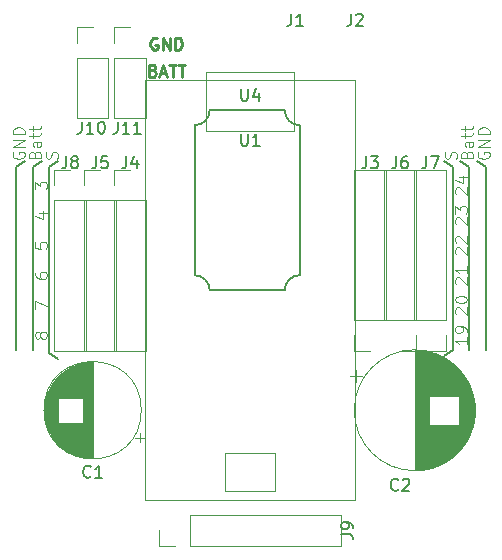
<source format=gto>
G04 #@! TF.GenerationSoftware,KiCad,Pcbnew,(5.1.4)-1*
G04 #@! TF.CreationDate,2020-05-13T10:23:39+02:00*
G04 #@! TF.ProjectId,Pacifista_TinyFPGA,50616369-6669-4737-9461-5f54696e7946,rev?*
G04 #@! TF.SameCoordinates,Original*
G04 #@! TF.FileFunction,Legend,Top*
G04 #@! TF.FilePolarity,Positive*
%FSLAX46Y46*%
G04 Gerber Fmt 4.6, Leading zero omitted, Abs format (unit mm)*
G04 Created by KiCad (PCBNEW (5.1.4)-1) date 2020-05-13 10:23:39*
%MOMM*%
%LPD*%
G04 APERTURE LIST*
%ADD10C,0.200000*%
%ADD11C,0.125000*%
%ADD12C,0.250000*%
%ADD13C,0.120000*%
%ADD14C,0.150000*%
%ADD15C,0.170000*%
G04 APERTURE END LIST*
D10*
X105537000Y-108458000D02*
X106299000Y-108966000D01*
X66548000Y-108966000D02*
X66548000Y-124460000D01*
X67310000Y-108458000D02*
X66548000Y-108966000D01*
X103505000Y-124460000D02*
X102743000Y-124968000D01*
X68707000Y-108458000D02*
X67945000Y-108966000D01*
X67945000Y-108966000D02*
X67945000Y-124460000D01*
X106299000Y-108966000D02*
X106299000Y-124460000D01*
X104140000Y-108458000D02*
X104902000Y-108966000D01*
X104902000Y-108966000D02*
X104902000Y-124460000D01*
X102743000Y-108458000D02*
X103505000Y-108966000D01*
X103505000Y-108966000D02*
X103505000Y-124460000D01*
D11*
X105672000Y-107695904D02*
X105624380Y-107791142D01*
X105624380Y-107934000D01*
X105672000Y-108076857D01*
X105767238Y-108172095D01*
X105862476Y-108219714D01*
X106052952Y-108267333D01*
X106195809Y-108267333D01*
X106386285Y-108219714D01*
X106481523Y-108172095D01*
X106576761Y-108076857D01*
X106624380Y-107934000D01*
X106624380Y-107838761D01*
X106576761Y-107695904D01*
X106529142Y-107648285D01*
X106195809Y-107648285D01*
X106195809Y-107838761D01*
X106624380Y-107219714D02*
X105624380Y-107219714D01*
X106624380Y-106648285D01*
X105624380Y-106648285D01*
X106624380Y-106172095D02*
X105624380Y-106172095D01*
X105624380Y-105934000D01*
X105672000Y-105791142D01*
X105767238Y-105695904D01*
X105862476Y-105648285D01*
X106052952Y-105600666D01*
X106195809Y-105600666D01*
X106386285Y-105648285D01*
X106481523Y-105695904D01*
X106576761Y-105791142D01*
X106624380Y-105934000D01*
X106624380Y-106172095D01*
X68159380Y-115331904D02*
X68159380Y-115808095D01*
X68635571Y-115855714D01*
X68587952Y-115808095D01*
X68540333Y-115712857D01*
X68540333Y-115474761D01*
X68587952Y-115379523D01*
X68635571Y-115331904D01*
X68730809Y-115284285D01*
X68968904Y-115284285D01*
X69064142Y-115331904D01*
X69111761Y-115379523D01*
X69159380Y-115474761D01*
X69159380Y-115712857D01*
X69111761Y-115808095D01*
X69064142Y-115855714D01*
X68492714Y-112839523D02*
X69159380Y-112839523D01*
X68111761Y-113077619D02*
X68826047Y-113315714D01*
X68826047Y-112696666D01*
X68159380Y-110823333D02*
X68159380Y-110204285D01*
X68540333Y-110537619D01*
X68540333Y-110394761D01*
X68587952Y-110299523D01*
X68635571Y-110251904D01*
X68730809Y-110204285D01*
X68968904Y-110204285D01*
X69064142Y-110251904D01*
X69111761Y-110299523D01*
X69159380Y-110394761D01*
X69159380Y-110680476D01*
X69111761Y-110775714D01*
X69064142Y-110823333D01*
D12*
X78128952Y-100766571D02*
X78271809Y-100814190D01*
X78319428Y-100861809D01*
X78367047Y-100957047D01*
X78367047Y-101099904D01*
X78319428Y-101195142D01*
X78271809Y-101242761D01*
X78176571Y-101290380D01*
X77795619Y-101290380D01*
X77795619Y-100290380D01*
X78128952Y-100290380D01*
X78224190Y-100338000D01*
X78271809Y-100385619D01*
X78319428Y-100480857D01*
X78319428Y-100576095D01*
X78271809Y-100671333D01*
X78224190Y-100718952D01*
X78128952Y-100766571D01*
X77795619Y-100766571D01*
X78748000Y-101004666D02*
X79224190Y-101004666D01*
X78652761Y-101290380D02*
X78986095Y-100290380D01*
X79319428Y-101290380D01*
X79509904Y-100290380D02*
X80081333Y-100290380D01*
X79795619Y-101290380D02*
X79795619Y-100290380D01*
X80271809Y-100290380D02*
X80843238Y-100290380D01*
X80557523Y-101290380D02*
X80557523Y-100290380D01*
X78486095Y-98052000D02*
X78390857Y-98004380D01*
X78248000Y-98004380D01*
X78105142Y-98052000D01*
X78009904Y-98147238D01*
X77962285Y-98242476D01*
X77914666Y-98432952D01*
X77914666Y-98575809D01*
X77962285Y-98766285D01*
X78009904Y-98861523D01*
X78105142Y-98956761D01*
X78248000Y-99004380D01*
X78343238Y-99004380D01*
X78486095Y-98956761D01*
X78533714Y-98909142D01*
X78533714Y-98575809D01*
X78343238Y-98575809D01*
X78962285Y-99004380D02*
X78962285Y-98004380D01*
X79533714Y-99004380D01*
X79533714Y-98004380D01*
X80009904Y-99004380D02*
X80009904Y-98004380D01*
X80248000Y-98004380D01*
X80390857Y-98052000D01*
X80486095Y-98147238D01*
X80533714Y-98242476D01*
X80581333Y-98432952D01*
X80581333Y-98575809D01*
X80533714Y-98766285D01*
X80486095Y-98861523D01*
X80390857Y-98956761D01*
X80248000Y-99004380D01*
X80009904Y-99004380D01*
D11*
X70000761Y-108235714D02*
X70048380Y-108092857D01*
X70048380Y-107854761D01*
X70000761Y-107759523D01*
X69953142Y-107711904D01*
X69857904Y-107664285D01*
X69762666Y-107664285D01*
X69667428Y-107711904D01*
X69619809Y-107759523D01*
X69572190Y-107854761D01*
X69524571Y-108045238D01*
X69476952Y-108140476D01*
X69429333Y-108188095D01*
X69334095Y-108235714D01*
X69238857Y-108235714D01*
X69143619Y-108188095D01*
X69096000Y-108140476D01*
X69048380Y-108045238D01*
X69048380Y-107807142D01*
X69096000Y-107664285D01*
X66302000Y-107695904D02*
X66254380Y-107791142D01*
X66254380Y-107934000D01*
X66302000Y-108076857D01*
X66397238Y-108172095D01*
X66492476Y-108219714D01*
X66682952Y-108267333D01*
X66825809Y-108267333D01*
X67016285Y-108219714D01*
X67111523Y-108172095D01*
X67206761Y-108076857D01*
X67254380Y-107934000D01*
X67254380Y-107838761D01*
X67206761Y-107695904D01*
X67159142Y-107648285D01*
X66825809Y-107648285D01*
X66825809Y-107838761D01*
X67254380Y-107219714D02*
X66254380Y-107219714D01*
X67254380Y-106648285D01*
X66254380Y-106648285D01*
X67254380Y-106172095D02*
X66254380Y-106172095D01*
X66254380Y-105934000D01*
X66302000Y-105791142D01*
X66397238Y-105695904D01*
X66492476Y-105648285D01*
X66682952Y-105600666D01*
X66825809Y-105600666D01*
X67016285Y-105648285D01*
X67111523Y-105695904D01*
X67206761Y-105791142D01*
X67254380Y-105934000D01*
X67254380Y-106172095D01*
X68159380Y-120983333D02*
X68159380Y-120316666D01*
X69159380Y-120745238D01*
X103814619Y-118871904D02*
X103767000Y-118824285D01*
X103719380Y-118729047D01*
X103719380Y-118490952D01*
X103767000Y-118395714D01*
X103814619Y-118348095D01*
X103909857Y-118300476D01*
X104005095Y-118300476D01*
X104147952Y-118348095D01*
X104719380Y-118919523D01*
X104719380Y-118300476D01*
X104719380Y-117348095D02*
X104719380Y-117919523D01*
X104719380Y-117633809D02*
X103719380Y-117633809D01*
X103862238Y-117729047D01*
X103957476Y-117824285D01*
X104005095Y-117919523D01*
X103814619Y-113791904D02*
X103767000Y-113744285D01*
X103719380Y-113649047D01*
X103719380Y-113410952D01*
X103767000Y-113315714D01*
X103814619Y-113268095D01*
X103909857Y-113220476D01*
X104005095Y-113220476D01*
X104147952Y-113268095D01*
X104719380Y-113839523D01*
X104719380Y-113220476D01*
X103719380Y-112887142D02*
X103719380Y-112268095D01*
X104100333Y-112601428D01*
X104100333Y-112458571D01*
X104147952Y-112363333D01*
X104195571Y-112315714D01*
X104290809Y-112268095D01*
X104528904Y-112268095D01*
X104624142Y-112315714D01*
X104671761Y-112363333D01*
X104719380Y-112458571D01*
X104719380Y-112744285D01*
X104671761Y-112839523D01*
X104624142Y-112887142D01*
X103782761Y-108235714D02*
X103830380Y-108092857D01*
X103830380Y-107854761D01*
X103782761Y-107759523D01*
X103735142Y-107711904D01*
X103639904Y-107664285D01*
X103544666Y-107664285D01*
X103449428Y-107711904D01*
X103401809Y-107759523D01*
X103354190Y-107854761D01*
X103306571Y-108045238D01*
X103258952Y-108140476D01*
X103211333Y-108188095D01*
X103116095Y-108235714D01*
X103020857Y-108235714D01*
X102925619Y-108188095D01*
X102878000Y-108140476D01*
X102830380Y-108045238D01*
X102830380Y-107807142D01*
X102878000Y-107664285D01*
X103814619Y-121411904D02*
X103767000Y-121364285D01*
X103719380Y-121269047D01*
X103719380Y-121030952D01*
X103767000Y-120935714D01*
X103814619Y-120888095D01*
X103909857Y-120840476D01*
X104005095Y-120840476D01*
X104147952Y-120888095D01*
X104719380Y-121459523D01*
X104719380Y-120840476D01*
X103719380Y-120221428D02*
X103719380Y-120126190D01*
X103767000Y-120030952D01*
X103814619Y-119983333D01*
X103909857Y-119935714D01*
X104100333Y-119888095D01*
X104338428Y-119888095D01*
X104528904Y-119935714D01*
X104624142Y-119983333D01*
X104671761Y-120030952D01*
X104719380Y-120126190D01*
X104719380Y-120221428D01*
X104671761Y-120316666D01*
X104624142Y-120364285D01*
X104528904Y-120411904D01*
X104338428Y-120459523D01*
X104100333Y-120459523D01*
X103909857Y-120411904D01*
X103814619Y-120364285D01*
X103767000Y-120316666D01*
X103719380Y-120221428D01*
X104703571Y-107886380D02*
X104751190Y-107743523D01*
X104798809Y-107695904D01*
X104894047Y-107648285D01*
X105036904Y-107648285D01*
X105132142Y-107695904D01*
X105179761Y-107743523D01*
X105227380Y-107838761D01*
X105227380Y-108219714D01*
X104227380Y-108219714D01*
X104227380Y-107886380D01*
X104275000Y-107791142D01*
X104322619Y-107743523D01*
X104417857Y-107695904D01*
X104513095Y-107695904D01*
X104608333Y-107743523D01*
X104655952Y-107791142D01*
X104703571Y-107886380D01*
X104703571Y-108219714D01*
X105227380Y-106791142D02*
X104703571Y-106791142D01*
X104608333Y-106838761D01*
X104560714Y-106934000D01*
X104560714Y-107124476D01*
X104608333Y-107219714D01*
X105179761Y-106791142D02*
X105227380Y-106886380D01*
X105227380Y-107124476D01*
X105179761Y-107219714D01*
X105084523Y-107267333D01*
X104989285Y-107267333D01*
X104894047Y-107219714D01*
X104846428Y-107124476D01*
X104846428Y-106886380D01*
X104798809Y-106791142D01*
X104560714Y-106457809D02*
X104560714Y-106076857D01*
X104227380Y-106314952D02*
X105084523Y-106314952D01*
X105179761Y-106267333D01*
X105227380Y-106172095D01*
X105227380Y-106076857D01*
X104560714Y-105886380D02*
X104560714Y-105505428D01*
X104227380Y-105743523D02*
X105084523Y-105743523D01*
X105179761Y-105695904D01*
X105227380Y-105600666D01*
X105227380Y-105505428D01*
X103814619Y-111251904D02*
X103767000Y-111204285D01*
X103719380Y-111109047D01*
X103719380Y-110870952D01*
X103767000Y-110775714D01*
X103814619Y-110728095D01*
X103909857Y-110680476D01*
X104005095Y-110680476D01*
X104147952Y-110728095D01*
X104719380Y-111299523D01*
X104719380Y-110680476D01*
X104052714Y-109823333D02*
X104719380Y-109823333D01*
X103671761Y-110061428D02*
X104386047Y-110299523D01*
X104386047Y-109680476D01*
X68159380Y-117919523D02*
X68159380Y-118110000D01*
X68207000Y-118205238D01*
X68254619Y-118252857D01*
X68397476Y-118348095D01*
X68587952Y-118395714D01*
X68968904Y-118395714D01*
X69064142Y-118348095D01*
X69111761Y-118300476D01*
X69159380Y-118205238D01*
X69159380Y-118014761D01*
X69111761Y-117919523D01*
X69064142Y-117871904D01*
X68968904Y-117824285D01*
X68730809Y-117824285D01*
X68635571Y-117871904D01*
X68587952Y-117919523D01*
X68540333Y-118014761D01*
X68540333Y-118205238D01*
X68587952Y-118300476D01*
X68635571Y-118348095D01*
X68730809Y-118395714D01*
X104719380Y-123380476D02*
X104719380Y-123951904D01*
X104719380Y-123666190D02*
X103719380Y-123666190D01*
X103862238Y-123761428D01*
X103957476Y-123856666D01*
X104005095Y-123951904D01*
X104719380Y-122904285D02*
X104719380Y-122713809D01*
X104671761Y-122618571D01*
X104624142Y-122570952D01*
X104481285Y-122475714D01*
X104290809Y-122428095D01*
X103909857Y-122428095D01*
X103814619Y-122475714D01*
X103767000Y-122523333D01*
X103719380Y-122618571D01*
X103719380Y-122809047D01*
X103767000Y-122904285D01*
X103814619Y-122951904D01*
X103909857Y-122999523D01*
X104147952Y-122999523D01*
X104243190Y-122951904D01*
X104290809Y-122904285D01*
X104338428Y-122809047D01*
X104338428Y-122618571D01*
X104290809Y-122523333D01*
X104243190Y-122475714D01*
X104147952Y-122428095D01*
X68127571Y-107886380D02*
X68175190Y-107743523D01*
X68222809Y-107695904D01*
X68318047Y-107648285D01*
X68460904Y-107648285D01*
X68556142Y-107695904D01*
X68603761Y-107743523D01*
X68651380Y-107838761D01*
X68651380Y-108219714D01*
X67651380Y-108219714D01*
X67651380Y-107886380D01*
X67699000Y-107791142D01*
X67746619Y-107743523D01*
X67841857Y-107695904D01*
X67937095Y-107695904D01*
X68032333Y-107743523D01*
X68079952Y-107791142D01*
X68127571Y-107886380D01*
X68127571Y-108219714D01*
X68651380Y-106791142D02*
X68127571Y-106791142D01*
X68032333Y-106838761D01*
X67984714Y-106934000D01*
X67984714Y-107124476D01*
X68032333Y-107219714D01*
X68603761Y-106791142D02*
X68651380Y-106886380D01*
X68651380Y-107124476D01*
X68603761Y-107219714D01*
X68508523Y-107267333D01*
X68413285Y-107267333D01*
X68318047Y-107219714D01*
X68270428Y-107124476D01*
X68270428Y-106886380D01*
X68222809Y-106791142D01*
X67984714Y-106457809D02*
X67984714Y-106076857D01*
X67651380Y-106314952D02*
X68508523Y-106314952D01*
X68603761Y-106267333D01*
X68651380Y-106172095D01*
X68651380Y-106076857D01*
X67984714Y-105886380D02*
X67984714Y-105505428D01*
X67651380Y-105743523D02*
X68508523Y-105743523D01*
X68603761Y-105695904D01*
X68651380Y-105600666D01*
X68651380Y-105505428D01*
X103814619Y-116331904D02*
X103767000Y-116284285D01*
X103719380Y-116189047D01*
X103719380Y-115950952D01*
X103767000Y-115855714D01*
X103814619Y-115808095D01*
X103909857Y-115760476D01*
X104005095Y-115760476D01*
X104147952Y-115808095D01*
X104719380Y-116379523D01*
X104719380Y-115760476D01*
X103814619Y-115379523D02*
X103767000Y-115331904D01*
X103719380Y-115236666D01*
X103719380Y-114998571D01*
X103767000Y-114903333D01*
X103814619Y-114855714D01*
X103909857Y-114808095D01*
X104005095Y-114808095D01*
X104147952Y-114855714D01*
X104719380Y-115427142D01*
X104719380Y-114808095D01*
X68587952Y-123285238D02*
X68540333Y-123380476D01*
X68492714Y-123428095D01*
X68397476Y-123475714D01*
X68349857Y-123475714D01*
X68254619Y-123428095D01*
X68207000Y-123380476D01*
X68159380Y-123285238D01*
X68159380Y-123094761D01*
X68207000Y-122999523D01*
X68254619Y-122951904D01*
X68349857Y-122904285D01*
X68397476Y-122904285D01*
X68492714Y-122951904D01*
X68540333Y-122999523D01*
X68587952Y-123094761D01*
X68587952Y-123285238D01*
X68635571Y-123380476D01*
X68683190Y-123428095D01*
X68778428Y-123475714D01*
X68968904Y-123475714D01*
X69064142Y-123428095D01*
X69111761Y-123380476D01*
X69159380Y-123285238D01*
X69159380Y-123094761D01*
X69111761Y-122999523D01*
X69064142Y-122951904D01*
X68968904Y-122904285D01*
X68778428Y-122904285D01*
X68683190Y-122951904D01*
X68635571Y-122999523D01*
X68587952Y-123094761D01*
D10*
X69342000Y-124460000D02*
X69342000Y-124714000D01*
X69342000Y-108966000D02*
X69342000Y-124460000D01*
X69342000Y-124714000D02*
X70104000Y-125222000D01*
X70104000Y-108458000D02*
X69342000Y-108966000D01*
D13*
X96520000Y-124520000D02*
X95190000Y-124520000D01*
X95190000Y-124520000D02*
X95190000Y-123190000D01*
X95190000Y-121920000D02*
X95190000Y-109160000D01*
X97850000Y-109160000D02*
X95190000Y-109160000D01*
X97850000Y-121920000D02*
X97850000Y-109160000D01*
X97850000Y-121920000D02*
X95190000Y-121920000D01*
X105410000Y-129540000D02*
G75*
G03X105410000Y-129540000I-5120000J0D01*
G01*
X100290000Y-124460000D02*
X100290000Y-134620000D01*
X100330000Y-124460000D02*
X100330000Y-134620000D01*
X100370000Y-124460000D02*
X100370000Y-134620000D01*
X100410000Y-124461000D02*
X100410000Y-134619000D01*
X100450000Y-124462000D02*
X100450000Y-134618000D01*
X100490000Y-124463000D02*
X100490000Y-134617000D01*
X100530000Y-124465000D02*
X100530000Y-134615000D01*
X100570000Y-124467000D02*
X100570000Y-134613000D01*
X100610000Y-124470000D02*
X100610000Y-134610000D01*
X100650000Y-124472000D02*
X100650000Y-134608000D01*
X100690000Y-124475000D02*
X100690000Y-134605000D01*
X100730000Y-124478000D02*
X100730000Y-134602000D01*
X100770000Y-124482000D02*
X100770000Y-134598000D01*
X100810000Y-124486000D02*
X100810000Y-134594000D01*
X100850000Y-124490000D02*
X100850000Y-134590000D01*
X100890000Y-124495000D02*
X100890000Y-134585000D01*
X100930000Y-124500000D02*
X100930000Y-134580000D01*
X100970000Y-124505000D02*
X100970000Y-134575000D01*
X101011000Y-124510000D02*
X101011000Y-134570000D01*
X101051000Y-124516000D02*
X101051000Y-134564000D01*
X101091000Y-124522000D02*
X101091000Y-134558000D01*
X101131000Y-124529000D02*
X101131000Y-134551000D01*
X101171000Y-124536000D02*
X101171000Y-134544000D01*
X101211000Y-124543000D02*
X101211000Y-134537000D01*
X101251000Y-124550000D02*
X101251000Y-134530000D01*
X101291000Y-124558000D02*
X101291000Y-134522000D01*
X101331000Y-124566000D02*
X101331000Y-134514000D01*
X101371000Y-124575000D02*
X101371000Y-134505000D01*
X101411000Y-124584000D02*
X101411000Y-134496000D01*
X101451000Y-124593000D02*
X101451000Y-134487000D01*
X101491000Y-124602000D02*
X101491000Y-134478000D01*
X101531000Y-124612000D02*
X101531000Y-134468000D01*
X101571000Y-124622000D02*
X101571000Y-128299000D01*
X101571000Y-130781000D02*
X101571000Y-134458000D01*
X101611000Y-124633000D02*
X101611000Y-128299000D01*
X101611000Y-130781000D02*
X101611000Y-134447000D01*
X101651000Y-124643000D02*
X101651000Y-128299000D01*
X101651000Y-130781000D02*
X101651000Y-134437000D01*
X101691000Y-124655000D02*
X101691000Y-128299000D01*
X101691000Y-130781000D02*
X101691000Y-134425000D01*
X101731000Y-124666000D02*
X101731000Y-128299000D01*
X101731000Y-130781000D02*
X101731000Y-134414000D01*
X101771000Y-124678000D02*
X101771000Y-128299000D01*
X101771000Y-130781000D02*
X101771000Y-134402000D01*
X101811000Y-124690000D02*
X101811000Y-128299000D01*
X101811000Y-130781000D02*
X101811000Y-134390000D01*
X101851000Y-124703000D02*
X101851000Y-128299000D01*
X101851000Y-130781000D02*
X101851000Y-134377000D01*
X101891000Y-124716000D02*
X101891000Y-128299000D01*
X101891000Y-130781000D02*
X101891000Y-134364000D01*
X101931000Y-124729000D02*
X101931000Y-128299000D01*
X101931000Y-130781000D02*
X101931000Y-134351000D01*
X101971000Y-124743000D02*
X101971000Y-128299000D01*
X101971000Y-130781000D02*
X101971000Y-134337000D01*
X102011000Y-124757000D02*
X102011000Y-128299000D01*
X102011000Y-130781000D02*
X102011000Y-134323000D01*
X102051000Y-124772000D02*
X102051000Y-128299000D01*
X102051000Y-130781000D02*
X102051000Y-134308000D01*
X102091000Y-124786000D02*
X102091000Y-128299000D01*
X102091000Y-130781000D02*
X102091000Y-134294000D01*
X102131000Y-124802000D02*
X102131000Y-128299000D01*
X102131000Y-130781000D02*
X102131000Y-134278000D01*
X102171000Y-124817000D02*
X102171000Y-128299000D01*
X102171000Y-130781000D02*
X102171000Y-134263000D01*
X102211000Y-124833000D02*
X102211000Y-128299000D01*
X102211000Y-130781000D02*
X102211000Y-134247000D01*
X102251000Y-124850000D02*
X102251000Y-128299000D01*
X102251000Y-130781000D02*
X102251000Y-134230000D01*
X102291000Y-124866000D02*
X102291000Y-128299000D01*
X102291000Y-130781000D02*
X102291000Y-134214000D01*
X102331000Y-124883000D02*
X102331000Y-128299000D01*
X102331000Y-130781000D02*
X102331000Y-134197000D01*
X102371000Y-124901000D02*
X102371000Y-128299000D01*
X102371000Y-130781000D02*
X102371000Y-134179000D01*
X102411000Y-124919000D02*
X102411000Y-128299000D01*
X102411000Y-130781000D02*
X102411000Y-134161000D01*
X102451000Y-124937000D02*
X102451000Y-128299000D01*
X102451000Y-130781000D02*
X102451000Y-134143000D01*
X102491000Y-124956000D02*
X102491000Y-128299000D01*
X102491000Y-130781000D02*
X102491000Y-134124000D01*
X102531000Y-124976000D02*
X102531000Y-128299000D01*
X102531000Y-130781000D02*
X102531000Y-134104000D01*
X102571000Y-124995000D02*
X102571000Y-128299000D01*
X102571000Y-130781000D02*
X102571000Y-134085000D01*
X102611000Y-125015000D02*
X102611000Y-128299000D01*
X102611000Y-130781000D02*
X102611000Y-134065000D01*
X102651000Y-125036000D02*
X102651000Y-128299000D01*
X102651000Y-130781000D02*
X102651000Y-134044000D01*
X102691000Y-125057000D02*
X102691000Y-128299000D01*
X102691000Y-130781000D02*
X102691000Y-134023000D01*
X102731000Y-125078000D02*
X102731000Y-128299000D01*
X102731000Y-130781000D02*
X102731000Y-134002000D01*
X102771000Y-125100000D02*
X102771000Y-128299000D01*
X102771000Y-130781000D02*
X102771000Y-133980000D01*
X102811000Y-125123000D02*
X102811000Y-128299000D01*
X102811000Y-130781000D02*
X102811000Y-133957000D01*
X102851000Y-125145000D02*
X102851000Y-128299000D01*
X102851000Y-130781000D02*
X102851000Y-133935000D01*
X102891000Y-125169000D02*
X102891000Y-128299000D01*
X102891000Y-130781000D02*
X102891000Y-133911000D01*
X102931000Y-125193000D02*
X102931000Y-128299000D01*
X102931000Y-130781000D02*
X102931000Y-133887000D01*
X102971000Y-125217000D02*
X102971000Y-128299000D01*
X102971000Y-130781000D02*
X102971000Y-133863000D01*
X103011000Y-125242000D02*
X103011000Y-128299000D01*
X103011000Y-130781000D02*
X103011000Y-133838000D01*
X103051000Y-125267000D02*
X103051000Y-128299000D01*
X103051000Y-130781000D02*
X103051000Y-133813000D01*
X103091000Y-125293000D02*
X103091000Y-128299000D01*
X103091000Y-130781000D02*
X103091000Y-133787000D01*
X103131000Y-125319000D02*
X103131000Y-128299000D01*
X103131000Y-130781000D02*
X103131000Y-133761000D01*
X103171000Y-125346000D02*
X103171000Y-128299000D01*
X103171000Y-130781000D02*
X103171000Y-133734000D01*
X103211000Y-125374000D02*
X103211000Y-128299000D01*
X103211000Y-130781000D02*
X103211000Y-133706000D01*
X103251000Y-125402000D02*
X103251000Y-128299000D01*
X103251000Y-130781000D02*
X103251000Y-133678000D01*
X103291000Y-125430000D02*
X103291000Y-128299000D01*
X103291000Y-130781000D02*
X103291000Y-133650000D01*
X103331000Y-125460000D02*
X103331000Y-128299000D01*
X103331000Y-130781000D02*
X103331000Y-133620000D01*
X103371000Y-125490000D02*
X103371000Y-128299000D01*
X103371000Y-130781000D02*
X103371000Y-133590000D01*
X103411000Y-125520000D02*
X103411000Y-128299000D01*
X103411000Y-130781000D02*
X103411000Y-133560000D01*
X103451000Y-125551000D02*
X103451000Y-128299000D01*
X103451000Y-130781000D02*
X103451000Y-133529000D01*
X103491000Y-125583000D02*
X103491000Y-128299000D01*
X103491000Y-130781000D02*
X103491000Y-133497000D01*
X103531000Y-125615000D02*
X103531000Y-128299000D01*
X103531000Y-130781000D02*
X103531000Y-133465000D01*
X103571000Y-125648000D02*
X103571000Y-128299000D01*
X103571000Y-130781000D02*
X103571000Y-133432000D01*
X103611000Y-125682000D02*
X103611000Y-128299000D01*
X103611000Y-130781000D02*
X103611000Y-133398000D01*
X103651000Y-125716000D02*
X103651000Y-128299000D01*
X103651000Y-130781000D02*
X103651000Y-133364000D01*
X103691000Y-125751000D02*
X103691000Y-128299000D01*
X103691000Y-130781000D02*
X103691000Y-133329000D01*
X103731000Y-125787000D02*
X103731000Y-128299000D01*
X103731000Y-130781000D02*
X103731000Y-133293000D01*
X103771000Y-125824000D02*
X103771000Y-128299000D01*
X103771000Y-130781000D02*
X103771000Y-133256000D01*
X103811000Y-125861000D02*
X103811000Y-128299000D01*
X103811000Y-130781000D02*
X103811000Y-133219000D01*
X103851000Y-125900000D02*
X103851000Y-128299000D01*
X103851000Y-130781000D02*
X103851000Y-133180000D01*
X103891000Y-125939000D02*
X103891000Y-128299000D01*
X103891000Y-130781000D02*
X103891000Y-133141000D01*
X103931000Y-125979000D02*
X103931000Y-128299000D01*
X103931000Y-130781000D02*
X103931000Y-133101000D01*
X103971000Y-126020000D02*
X103971000Y-128299000D01*
X103971000Y-130781000D02*
X103971000Y-133060000D01*
X104011000Y-126062000D02*
X104011000Y-128299000D01*
X104011000Y-130781000D02*
X104011000Y-133018000D01*
X104051000Y-126104000D02*
X104051000Y-132976000D01*
X104091000Y-126148000D02*
X104091000Y-132932000D01*
X104131000Y-126193000D02*
X104131000Y-132887000D01*
X104171000Y-126239000D02*
X104171000Y-132841000D01*
X104211000Y-126286000D02*
X104211000Y-132794000D01*
X104251000Y-126334000D02*
X104251000Y-132746000D01*
X104291000Y-126384000D02*
X104291000Y-132696000D01*
X104331000Y-126434000D02*
X104331000Y-132646000D01*
X104371000Y-126486000D02*
X104371000Y-132594000D01*
X104411000Y-126540000D02*
X104411000Y-132540000D01*
X104451000Y-126595000D02*
X104451000Y-132485000D01*
X104491000Y-126651000D02*
X104491000Y-132429000D01*
X104531000Y-126710000D02*
X104531000Y-132370000D01*
X104571000Y-126770000D02*
X104571000Y-132310000D01*
X104611000Y-126831000D02*
X104611000Y-132249000D01*
X104651000Y-126895000D02*
X104651000Y-132185000D01*
X104691000Y-126961000D02*
X104691000Y-132119000D01*
X104731000Y-127030000D02*
X104731000Y-132050000D01*
X104771000Y-127101000D02*
X104771000Y-131979000D01*
X104811000Y-127175000D02*
X104811000Y-131905000D01*
X104851000Y-127251000D02*
X104851000Y-131829000D01*
X104891000Y-127331000D02*
X104891000Y-131749000D01*
X104931000Y-127415000D02*
X104931000Y-131665000D01*
X104971000Y-127503000D02*
X104971000Y-131577000D01*
X105011000Y-127596000D02*
X105011000Y-131484000D01*
X105051000Y-127694000D02*
X105051000Y-131386000D01*
X105091000Y-127798000D02*
X105091000Y-131282000D01*
X105131000Y-127910000D02*
X105131000Y-131170000D01*
X105171000Y-128030000D02*
X105171000Y-131050000D01*
X105211000Y-128162000D02*
X105211000Y-130918000D01*
X105251000Y-128310000D02*
X105251000Y-130770000D01*
X105291000Y-128478000D02*
X105291000Y-130602000D01*
X105331000Y-128678000D02*
X105331000Y-130402000D01*
X105371000Y-128941000D02*
X105371000Y-130139000D01*
X94810354Y-126665000D02*
X95810354Y-126665000D01*
X95310354Y-126165000D02*
X95310354Y-127165000D01*
X100390000Y-109160000D02*
X97730000Y-109160000D01*
X100390000Y-121920000D02*
X100390000Y-109160000D01*
X97730000Y-121920000D02*
X97730000Y-109160000D01*
X100390000Y-121920000D02*
X97730000Y-121920000D01*
X100390000Y-123190000D02*
X100390000Y-124520000D01*
X100390000Y-124520000D02*
X99060000Y-124520000D01*
X102930000Y-124520000D02*
X101600000Y-124520000D01*
X102930000Y-123190000D02*
X102930000Y-124520000D01*
X102930000Y-121920000D02*
X100270000Y-121920000D01*
X100270000Y-121920000D02*
X100270000Y-109160000D01*
X102930000Y-121920000D02*
X102930000Y-109160000D01*
X102930000Y-109160000D02*
X100270000Y-109160000D01*
X69790000Y-124520000D02*
X72450000Y-124520000D01*
X69790000Y-111760000D02*
X69790000Y-124520000D01*
X72450000Y-111760000D02*
X72450000Y-124520000D01*
X69790000Y-111760000D02*
X72450000Y-111760000D01*
X69790000Y-110490000D02*
X69790000Y-109160000D01*
X69790000Y-109160000D02*
X71120000Y-109160000D01*
X71695000Y-97095000D02*
X73025000Y-97095000D01*
X71695000Y-98425000D02*
X71695000Y-97095000D01*
X71695000Y-99695000D02*
X74355000Y-99695000D01*
X74355000Y-99695000D02*
X74355000Y-104835000D01*
X71695000Y-99695000D02*
X71695000Y-104835000D01*
X71695000Y-104835000D02*
X74355000Y-104835000D01*
X77140000Y-129540000D02*
G75*
G03X77140000Y-129540000I-4120000J0D01*
G01*
X73020000Y-133620000D02*
X73020000Y-125460000D01*
X72980000Y-133620000D02*
X72980000Y-125460000D01*
X72940000Y-133620000D02*
X72940000Y-125460000D01*
X72900000Y-133619000D02*
X72900000Y-125461000D01*
X72860000Y-133617000D02*
X72860000Y-125463000D01*
X72820000Y-133616000D02*
X72820000Y-125464000D01*
X72780000Y-133614000D02*
X72780000Y-125466000D01*
X72740000Y-133611000D02*
X72740000Y-125469000D01*
X72700000Y-133608000D02*
X72700000Y-125472000D01*
X72660000Y-133605000D02*
X72660000Y-125475000D01*
X72620000Y-133601000D02*
X72620000Y-125479000D01*
X72580000Y-133597000D02*
X72580000Y-125483000D01*
X72540000Y-133592000D02*
X72540000Y-125488000D01*
X72500000Y-133588000D02*
X72500000Y-125492000D01*
X72460000Y-133582000D02*
X72460000Y-125498000D01*
X72420000Y-133577000D02*
X72420000Y-125503000D01*
X72380000Y-133570000D02*
X72380000Y-125510000D01*
X72340000Y-133564000D02*
X72340000Y-125516000D01*
X72299000Y-133557000D02*
X72299000Y-125523000D01*
X72259000Y-133550000D02*
X72259000Y-125530000D01*
X72219000Y-133542000D02*
X72219000Y-125538000D01*
X72179000Y-133534000D02*
X72179000Y-125546000D01*
X72139000Y-133525000D02*
X72139000Y-130580000D01*
X72139000Y-128500000D02*
X72139000Y-125555000D01*
X72099000Y-133516000D02*
X72099000Y-130580000D01*
X72099000Y-128500000D02*
X72099000Y-125564000D01*
X72059000Y-133507000D02*
X72059000Y-130580000D01*
X72059000Y-128500000D02*
X72059000Y-125573000D01*
X72019000Y-133497000D02*
X72019000Y-130580000D01*
X72019000Y-128500000D02*
X72019000Y-125583000D01*
X71979000Y-133487000D02*
X71979000Y-130580000D01*
X71979000Y-128500000D02*
X71979000Y-125593000D01*
X71939000Y-133476000D02*
X71939000Y-130580000D01*
X71939000Y-128500000D02*
X71939000Y-125604000D01*
X71899000Y-133465000D02*
X71899000Y-130580000D01*
X71899000Y-128500000D02*
X71899000Y-125615000D01*
X71859000Y-133454000D02*
X71859000Y-130580000D01*
X71859000Y-128500000D02*
X71859000Y-125626000D01*
X71819000Y-133442000D02*
X71819000Y-130580000D01*
X71819000Y-128500000D02*
X71819000Y-125638000D01*
X71779000Y-133429000D02*
X71779000Y-130580000D01*
X71779000Y-128500000D02*
X71779000Y-125651000D01*
X71739000Y-133417000D02*
X71739000Y-130580000D01*
X71739000Y-128500000D02*
X71739000Y-125663000D01*
X71699000Y-133403000D02*
X71699000Y-130580000D01*
X71699000Y-128500000D02*
X71699000Y-125677000D01*
X71659000Y-133390000D02*
X71659000Y-130580000D01*
X71659000Y-128500000D02*
X71659000Y-125690000D01*
X71619000Y-133375000D02*
X71619000Y-130580000D01*
X71619000Y-128500000D02*
X71619000Y-125705000D01*
X71579000Y-133361000D02*
X71579000Y-130580000D01*
X71579000Y-128500000D02*
X71579000Y-125719000D01*
X71539000Y-133345000D02*
X71539000Y-130580000D01*
X71539000Y-128500000D02*
X71539000Y-125735000D01*
X71499000Y-133330000D02*
X71499000Y-130580000D01*
X71499000Y-128500000D02*
X71499000Y-125750000D01*
X71459000Y-133314000D02*
X71459000Y-130580000D01*
X71459000Y-128500000D02*
X71459000Y-125766000D01*
X71419000Y-133297000D02*
X71419000Y-130580000D01*
X71419000Y-128500000D02*
X71419000Y-125783000D01*
X71379000Y-133280000D02*
X71379000Y-130580000D01*
X71379000Y-128500000D02*
X71379000Y-125800000D01*
X71339000Y-133262000D02*
X71339000Y-130580000D01*
X71339000Y-128500000D02*
X71339000Y-125818000D01*
X71299000Y-133244000D02*
X71299000Y-130580000D01*
X71299000Y-128500000D02*
X71299000Y-125836000D01*
X71259000Y-133226000D02*
X71259000Y-130580000D01*
X71259000Y-128500000D02*
X71259000Y-125854000D01*
X71219000Y-133206000D02*
X71219000Y-130580000D01*
X71219000Y-128500000D02*
X71219000Y-125874000D01*
X71179000Y-133187000D02*
X71179000Y-130580000D01*
X71179000Y-128500000D02*
X71179000Y-125893000D01*
X71139000Y-133167000D02*
X71139000Y-130580000D01*
X71139000Y-128500000D02*
X71139000Y-125913000D01*
X71099000Y-133146000D02*
X71099000Y-130580000D01*
X71099000Y-128500000D02*
X71099000Y-125934000D01*
X71059000Y-133124000D02*
X71059000Y-130580000D01*
X71059000Y-128500000D02*
X71059000Y-125956000D01*
X71019000Y-133102000D02*
X71019000Y-130580000D01*
X71019000Y-128500000D02*
X71019000Y-125978000D01*
X70979000Y-133080000D02*
X70979000Y-130580000D01*
X70979000Y-128500000D02*
X70979000Y-126000000D01*
X70939000Y-133057000D02*
X70939000Y-130580000D01*
X70939000Y-128500000D02*
X70939000Y-126023000D01*
X70899000Y-133033000D02*
X70899000Y-130580000D01*
X70899000Y-128500000D02*
X70899000Y-126047000D01*
X70859000Y-133009000D02*
X70859000Y-130580000D01*
X70859000Y-128500000D02*
X70859000Y-126071000D01*
X70819000Y-132984000D02*
X70819000Y-130580000D01*
X70819000Y-128500000D02*
X70819000Y-126096000D01*
X70779000Y-132958000D02*
X70779000Y-130580000D01*
X70779000Y-128500000D02*
X70779000Y-126122000D01*
X70739000Y-132932000D02*
X70739000Y-130580000D01*
X70739000Y-128500000D02*
X70739000Y-126148000D01*
X70699000Y-132905000D02*
X70699000Y-130580000D01*
X70699000Y-128500000D02*
X70699000Y-126175000D01*
X70659000Y-132878000D02*
X70659000Y-130580000D01*
X70659000Y-128500000D02*
X70659000Y-126202000D01*
X70619000Y-132849000D02*
X70619000Y-130580000D01*
X70619000Y-128500000D02*
X70619000Y-126231000D01*
X70579000Y-132820000D02*
X70579000Y-130580000D01*
X70579000Y-128500000D02*
X70579000Y-126260000D01*
X70539000Y-132790000D02*
X70539000Y-130580000D01*
X70539000Y-128500000D02*
X70539000Y-126290000D01*
X70499000Y-132760000D02*
X70499000Y-130580000D01*
X70499000Y-128500000D02*
X70499000Y-126320000D01*
X70459000Y-132729000D02*
X70459000Y-130580000D01*
X70459000Y-128500000D02*
X70459000Y-126351000D01*
X70419000Y-132696000D02*
X70419000Y-130580000D01*
X70419000Y-128500000D02*
X70419000Y-126384000D01*
X70379000Y-132664000D02*
X70379000Y-130580000D01*
X70379000Y-128500000D02*
X70379000Y-126416000D01*
X70339000Y-132630000D02*
X70339000Y-130580000D01*
X70339000Y-128500000D02*
X70339000Y-126450000D01*
X70299000Y-132595000D02*
X70299000Y-130580000D01*
X70299000Y-128500000D02*
X70299000Y-126485000D01*
X70259000Y-132559000D02*
X70259000Y-130580000D01*
X70259000Y-128500000D02*
X70259000Y-126521000D01*
X70219000Y-132523000D02*
X70219000Y-130580000D01*
X70219000Y-128500000D02*
X70219000Y-126557000D01*
X70179000Y-132485000D02*
X70179000Y-130580000D01*
X70179000Y-128500000D02*
X70179000Y-126595000D01*
X70139000Y-132447000D02*
X70139000Y-130580000D01*
X70139000Y-128500000D02*
X70139000Y-126633000D01*
X70099000Y-132407000D02*
X70099000Y-130580000D01*
X70099000Y-128500000D02*
X70099000Y-126673000D01*
X70059000Y-132366000D02*
X70059000Y-126714000D01*
X70019000Y-132324000D02*
X70019000Y-126756000D01*
X69979000Y-132281000D02*
X69979000Y-126799000D01*
X69939000Y-132237000D02*
X69939000Y-126843000D01*
X69899000Y-132191000D02*
X69899000Y-126889000D01*
X69859000Y-132144000D02*
X69859000Y-126936000D01*
X69819000Y-132096000D02*
X69819000Y-126984000D01*
X69779000Y-132045000D02*
X69779000Y-127035000D01*
X69739000Y-131994000D02*
X69739000Y-127086000D01*
X69699000Y-131940000D02*
X69699000Y-127140000D01*
X69659000Y-131885000D02*
X69659000Y-127195000D01*
X69619000Y-131827000D02*
X69619000Y-127253000D01*
X69579000Y-131768000D02*
X69579000Y-127312000D01*
X69539000Y-131706000D02*
X69539000Y-127374000D01*
X69499000Y-131642000D02*
X69499000Y-127438000D01*
X69459000Y-131574000D02*
X69459000Y-127506000D01*
X69419000Y-131504000D02*
X69419000Y-127576000D01*
X69379000Y-131430000D02*
X69379000Y-127650000D01*
X69339000Y-131353000D02*
X69339000Y-127727000D01*
X69299000Y-131271000D02*
X69299000Y-127809000D01*
X69259000Y-131185000D02*
X69259000Y-127895000D01*
X69219000Y-131092000D02*
X69219000Y-127988000D01*
X69179000Y-130993000D02*
X69179000Y-128087000D01*
X69139000Y-130886000D02*
X69139000Y-128194000D01*
X69099000Y-130769000D02*
X69099000Y-128311000D01*
X69059000Y-130638000D02*
X69059000Y-128442000D01*
X69019000Y-130488000D02*
X69019000Y-128592000D01*
X68979000Y-130308000D02*
X68979000Y-128772000D01*
X68939000Y-130073000D02*
X68939000Y-129007000D01*
X77429698Y-131855000D02*
X76629698Y-131855000D01*
X77029698Y-132255000D02*
X77029698Y-131455000D01*
X72330000Y-109160000D02*
X73660000Y-109160000D01*
X72330000Y-110490000D02*
X72330000Y-109160000D01*
X72330000Y-111760000D02*
X74990000Y-111760000D01*
X74990000Y-111760000D02*
X74990000Y-124520000D01*
X72330000Y-111760000D02*
X72330000Y-124520000D01*
X72330000Y-124520000D02*
X74990000Y-124520000D01*
X74870000Y-124520000D02*
X77530000Y-124520000D01*
X74870000Y-111760000D02*
X74870000Y-124520000D01*
X77530000Y-111760000D02*
X77530000Y-124520000D01*
X74870000Y-111760000D02*
X77530000Y-111760000D01*
X74870000Y-110490000D02*
X74870000Y-109160000D01*
X74870000Y-109160000D02*
X76200000Y-109160000D01*
X74870000Y-97095000D02*
X76200000Y-97095000D01*
X74870000Y-98425000D02*
X74870000Y-97095000D01*
X74870000Y-99695000D02*
X77530000Y-99695000D01*
X77530000Y-99695000D02*
X77530000Y-104835000D01*
X74870000Y-99695000D02*
X74870000Y-104835000D01*
X74870000Y-104835000D02*
X77530000Y-104835000D01*
D14*
X89285000Y-104140000D02*
X82935000Y-104140000D01*
X90555000Y-105410000D02*
X90555000Y-118110000D01*
X89285000Y-119380000D02*
X82935000Y-119380000D01*
X81665000Y-105410000D02*
X81665000Y-118110000D01*
X82935000Y-119380000D02*
G75*
G03X81665000Y-118110000I-1270000J0D01*
G01*
X90555000Y-118110000D02*
G75*
G03X89285000Y-119380000I0J-1270000D01*
G01*
X89285000Y-104140000D02*
G75*
G03X90555000Y-105410000I1270000J0D01*
G01*
X81665000Y-105410000D02*
G75*
G03X82935000Y-104140000I0J1270000D01*
G01*
D13*
X78680000Y-141030000D02*
X78680000Y-139700000D01*
X80010000Y-141030000D02*
X78680000Y-141030000D01*
X81280000Y-141030000D02*
X81280000Y-138370000D01*
X81280000Y-138370000D02*
X94040000Y-138370000D01*
X81280000Y-141030000D02*
X94040000Y-141030000D01*
X94040000Y-141030000D02*
X94040000Y-138370000D01*
X77470000Y-137160000D02*
X77470000Y-101600000D01*
X95250000Y-137160000D02*
X77470000Y-137160000D01*
X95250000Y-101600000D02*
X95250000Y-137160000D01*
X77470000Y-101600000D02*
X95250000Y-101600000D01*
X82610000Y-100900000D02*
X90110000Y-100900000D01*
X90110000Y-100900000D02*
X90110000Y-105900000D01*
X82610000Y-105900000D02*
X90110000Y-105900000D01*
X82610000Y-105900000D02*
X82610000Y-100900000D01*
X84260000Y-133200000D02*
X88460000Y-133200000D01*
X88460000Y-133200000D02*
X88460000Y-136400000D01*
X88460000Y-136400000D02*
X84260000Y-136400000D01*
X84260000Y-136400000D02*
X84260000Y-133200000D01*
D14*
X96186666Y-108037380D02*
X96186666Y-108751666D01*
X96139047Y-108894523D01*
X96043809Y-108989761D01*
X95900952Y-109037380D01*
X95805714Y-109037380D01*
X96567619Y-108037380D02*
X97186666Y-108037380D01*
X96853333Y-108418333D01*
X96996190Y-108418333D01*
X97091428Y-108465952D01*
X97139047Y-108513571D01*
X97186666Y-108608809D01*
X97186666Y-108846904D01*
X97139047Y-108942142D01*
X97091428Y-108989761D01*
X96996190Y-109037380D01*
X96710476Y-109037380D01*
X96615238Y-108989761D01*
X96567619Y-108942142D01*
X98893333Y-136247142D02*
X98845714Y-136294761D01*
X98702857Y-136342380D01*
X98607619Y-136342380D01*
X98464761Y-136294761D01*
X98369523Y-136199523D01*
X98321904Y-136104285D01*
X98274285Y-135913809D01*
X98274285Y-135770952D01*
X98321904Y-135580476D01*
X98369523Y-135485238D01*
X98464761Y-135390000D01*
X98607619Y-135342380D01*
X98702857Y-135342380D01*
X98845714Y-135390000D01*
X98893333Y-135437619D01*
X99274285Y-135437619D02*
X99321904Y-135390000D01*
X99417142Y-135342380D01*
X99655238Y-135342380D01*
X99750476Y-135390000D01*
X99798095Y-135437619D01*
X99845714Y-135532857D01*
X99845714Y-135628095D01*
X99798095Y-135770952D01*
X99226666Y-136342380D01*
X99845714Y-136342380D01*
X98726666Y-108037380D02*
X98726666Y-108751666D01*
X98679047Y-108894523D01*
X98583809Y-108989761D01*
X98440952Y-109037380D01*
X98345714Y-109037380D01*
X99631428Y-108037380D02*
X99440952Y-108037380D01*
X99345714Y-108085000D01*
X99298095Y-108132619D01*
X99202857Y-108275476D01*
X99155238Y-108465952D01*
X99155238Y-108846904D01*
X99202857Y-108942142D01*
X99250476Y-108989761D01*
X99345714Y-109037380D01*
X99536190Y-109037380D01*
X99631428Y-108989761D01*
X99679047Y-108942142D01*
X99726666Y-108846904D01*
X99726666Y-108608809D01*
X99679047Y-108513571D01*
X99631428Y-108465952D01*
X99536190Y-108418333D01*
X99345714Y-108418333D01*
X99250476Y-108465952D01*
X99202857Y-108513571D01*
X99155238Y-108608809D01*
X101266666Y-108037380D02*
X101266666Y-108751666D01*
X101219047Y-108894523D01*
X101123809Y-108989761D01*
X100980952Y-109037380D01*
X100885714Y-109037380D01*
X101647619Y-108037380D02*
X102314285Y-108037380D01*
X101885714Y-109037380D01*
X70786666Y-108037380D02*
X70786666Y-108751666D01*
X70739047Y-108894523D01*
X70643809Y-108989761D01*
X70500952Y-109037380D01*
X70405714Y-109037380D01*
X71405714Y-108465952D02*
X71310476Y-108418333D01*
X71262857Y-108370714D01*
X71215238Y-108275476D01*
X71215238Y-108227857D01*
X71262857Y-108132619D01*
X71310476Y-108085000D01*
X71405714Y-108037380D01*
X71596190Y-108037380D01*
X71691428Y-108085000D01*
X71739047Y-108132619D01*
X71786666Y-108227857D01*
X71786666Y-108275476D01*
X71739047Y-108370714D01*
X71691428Y-108418333D01*
X71596190Y-108465952D01*
X71405714Y-108465952D01*
X71310476Y-108513571D01*
X71262857Y-108561190D01*
X71215238Y-108656428D01*
X71215238Y-108846904D01*
X71262857Y-108942142D01*
X71310476Y-108989761D01*
X71405714Y-109037380D01*
X71596190Y-109037380D01*
X71691428Y-108989761D01*
X71739047Y-108942142D01*
X71786666Y-108846904D01*
X71786666Y-108656428D01*
X71739047Y-108561190D01*
X71691428Y-108513571D01*
X71596190Y-108465952D01*
X72088476Y-105116380D02*
X72088476Y-105830666D01*
X72040857Y-105973523D01*
X71945619Y-106068761D01*
X71802761Y-106116380D01*
X71707523Y-106116380D01*
X73088476Y-106116380D02*
X72517047Y-106116380D01*
X72802761Y-106116380D02*
X72802761Y-105116380D01*
X72707523Y-105259238D01*
X72612285Y-105354476D01*
X72517047Y-105402095D01*
X73707523Y-105116380D02*
X73802761Y-105116380D01*
X73898000Y-105164000D01*
X73945619Y-105211619D01*
X73993238Y-105306857D01*
X74040857Y-105497333D01*
X74040857Y-105735428D01*
X73993238Y-105925904D01*
X73945619Y-106021142D01*
X73898000Y-106068761D01*
X73802761Y-106116380D01*
X73707523Y-106116380D01*
X73612285Y-106068761D01*
X73564666Y-106021142D01*
X73517047Y-105925904D01*
X73469428Y-105735428D01*
X73469428Y-105497333D01*
X73517047Y-105306857D01*
X73564666Y-105211619D01*
X73612285Y-105164000D01*
X73707523Y-105116380D01*
X72853333Y-135147142D02*
X72805714Y-135194761D01*
X72662857Y-135242380D01*
X72567619Y-135242380D01*
X72424761Y-135194761D01*
X72329523Y-135099523D01*
X72281904Y-135004285D01*
X72234285Y-134813809D01*
X72234285Y-134670952D01*
X72281904Y-134480476D01*
X72329523Y-134385238D01*
X72424761Y-134290000D01*
X72567619Y-134242380D01*
X72662857Y-134242380D01*
X72805714Y-134290000D01*
X72853333Y-134337619D01*
X73805714Y-135242380D02*
X73234285Y-135242380D01*
X73520000Y-135242380D02*
X73520000Y-134242380D01*
X73424761Y-134385238D01*
X73329523Y-134480476D01*
X73234285Y-134528095D01*
X89836666Y-95972380D02*
X89836666Y-96686666D01*
X89789047Y-96829523D01*
X89693809Y-96924761D01*
X89550952Y-96972380D01*
X89455714Y-96972380D01*
X90836666Y-96972380D02*
X90265238Y-96972380D01*
X90550952Y-96972380D02*
X90550952Y-95972380D01*
X90455714Y-96115238D01*
X90360476Y-96210476D01*
X90265238Y-96258095D01*
X94916666Y-95972380D02*
X94916666Y-96686666D01*
X94869047Y-96829523D01*
X94773809Y-96924761D01*
X94630952Y-96972380D01*
X94535714Y-96972380D01*
X95345238Y-96067619D02*
X95392857Y-96020000D01*
X95488095Y-95972380D01*
X95726190Y-95972380D01*
X95821428Y-96020000D01*
X95869047Y-96067619D01*
X95916666Y-96162857D01*
X95916666Y-96258095D01*
X95869047Y-96400952D01*
X95297619Y-96972380D01*
X95916666Y-96972380D01*
X73326666Y-108037380D02*
X73326666Y-108751666D01*
X73279047Y-108894523D01*
X73183809Y-108989761D01*
X73040952Y-109037380D01*
X72945714Y-109037380D01*
X74279047Y-108037380D02*
X73802857Y-108037380D01*
X73755238Y-108513571D01*
X73802857Y-108465952D01*
X73898095Y-108418333D01*
X74136190Y-108418333D01*
X74231428Y-108465952D01*
X74279047Y-108513571D01*
X74326666Y-108608809D01*
X74326666Y-108846904D01*
X74279047Y-108942142D01*
X74231428Y-108989761D01*
X74136190Y-109037380D01*
X73898095Y-109037380D01*
X73802857Y-108989761D01*
X73755238Y-108942142D01*
X75866666Y-108037380D02*
X75866666Y-108751666D01*
X75819047Y-108894523D01*
X75723809Y-108989761D01*
X75580952Y-109037380D01*
X75485714Y-109037380D01*
X76771428Y-108370714D02*
X76771428Y-109037380D01*
X76533333Y-107989761D02*
X76295238Y-108704047D01*
X76914285Y-108704047D01*
X75136476Y-105116380D02*
X75136476Y-105830666D01*
X75088857Y-105973523D01*
X74993619Y-106068761D01*
X74850761Y-106116380D01*
X74755523Y-106116380D01*
X76136476Y-106116380D02*
X75565047Y-106116380D01*
X75850761Y-106116380D02*
X75850761Y-105116380D01*
X75755523Y-105259238D01*
X75660285Y-105354476D01*
X75565047Y-105402095D01*
X77088857Y-106116380D02*
X76517428Y-106116380D01*
X76803142Y-106116380D02*
X76803142Y-105116380D01*
X76707904Y-105259238D01*
X76612666Y-105354476D01*
X76517428Y-105402095D01*
X85598095Y-106132380D02*
X85598095Y-106941904D01*
X85645714Y-107037142D01*
X85693333Y-107084761D01*
X85788571Y-107132380D01*
X85979047Y-107132380D01*
X86074285Y-107084761D01*
X86121904Y-107037142D01*
X86169523Y-106941904D01*
X86169523Y-106132380D01*
X87169523Y-107132380D02*
X86598095Y-107132380D01*
X86883809Y-107132380D02*
X86883809Y-106132380D01*
X86788571Y-106275238D01*
X86693333Y-106370476D01*
X86598095Y-106418095D01*
X94067380Y-140033333D02*
X94781666Y-140033333D01*
X94924523Y-140080952D01*
X95019761Y-140176190D01*
X95067380Y-140319047D01*
X95067380Y-140414285D01*
X95067380Y-139509523D02*
X95067380Y-139319047D01*
X95019761Y-139223809D01*
X94972142Y-139176190D01*
X94829285Y-139080952D01*
X94638809Y-139033333D01*
X94257857Y-139033333D01*
X94162619Y-139080952D01*
X94115000Y-139128571D01*
X94067380Y-139223809D01*
X94067380Y-139414285D01*
X94115000Y-139509523D01*
X94162619Y-139557142D01*
X94257857Y-139604761D01*
X94495952Y-139604761D01*
X94591190Y-139557142D01*
X94638809Y-139509523D01*
X94686428Y-139414285D01*
X94686428Y-139223809D01*
X94638809Y-139128571D01*
X94591190Y-139080952D01*
X94495952Y-139033333D01*
D15*
X85598095Y-102322380D02*
X85598095Y-103131904D01*
X85645714Y-103227142D01*
X85693333Y-103274761D01*
X85788571Y-103322380D01*
X85979047Y-103322380D01*
X86074285Y-103274761D01*
X86121904Y-103227142D01*
X86169523Y-103131904D01*
X86169523Y-102322380D01*
X87074285Y-102655714D02*
X87074285Y-103322380D01*
X86836190Y-102274761D02*
X86598095Y-102989047D01*
X87217142Y-102989047D01*
M02*

</source>
